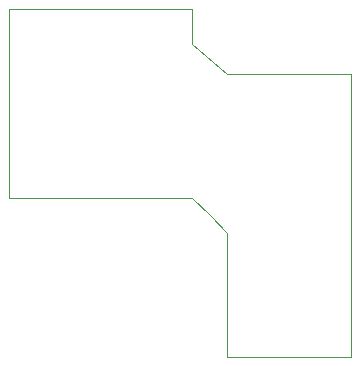
<source format=gbr>
%TF.GenerationSoftware,KiCad,Pcbnew,(5.1.6)-1*%
%TF.CreationDate,2021-02-27T12:52:12+00:00*%
%TF.ProjectId,EgretCudaAdapter,45677265-7443-4756-9461-416461707465,rev?*%
%TF.SameCoordinates,Original*%
%TF.FileFunction,Profile,NP*%
%FSLAX46Y46*%
G04 Gerber Fmt 4.6, Leading zero omitted, Abs format (unit mm)*
G04 Created by KiCad (PCBNEW (5.1.6)-1) date 2021-02-27 12:52:12*
%MOMM*%
%LPD*%
G01*
G04 APERTURE LIST*
%TA.AperFunction,Profile*%
%ADD10C,0.050000*%
%TD*%
G04 APERTURE END LIST*
D10*
X148000000Y-65500000D02*
X148000000Y-89500000D01*
X137500000Y-65500000D02*
X148000000Y-65500000D01*
X134500000Y-63000000D02*
X134500000Y-60000000D01*
X137500000Y-65500000D02*
X134500000Y-63000000D01*
X119000000Y-60000000D02*
X134500000Y-60000000D01*
X119000000Y-76000000D02*
X119000000Y-60000000D01*
X134500000Y-76000000D02*
X119000000Y-76000000D01*
X136000000Y-77500000D02*
X134500000Y-76000000D01*
X137500000Y-79000000D02*
X136000000Y-77500000D01*
X137500000Y-89500000D02*
X137500000Y-79000000D01*
X138000000Y-89500000D02*
X137500000Y-89500000D01*
X148000000Y-89500000D02*
X138000000Y-89500000D01*
M02*

</source>
